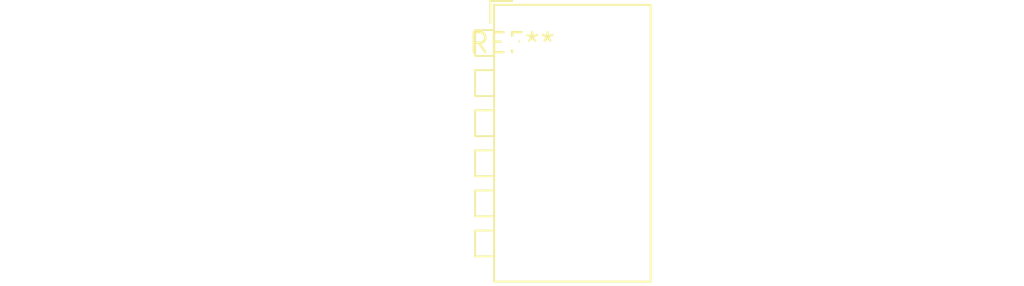
<source format=kicad_pcb>
(kicad_pcb (version 20240108) (generator pcbnew)
  (layers (0 "F.Cu" signal) (31 "B.Cu" signal) (34 "B.Paste" user) (35 "F.Paste" user) (36 "B.SilkS" user "B.Silkscreen") (37 "F.SilkS" user "F.Silkscreen") (38 "B.Mask" user) (39 "F.Mask" user) (44 "Edge.Cuts" user))
  (net 0 "")
  (footprint "SW_DIP_SPSTx06_Piano_CTS_Series194-6MSTN_W7.62mm_P2.54mm" (layer "F.Cu") (at 0 0)
    (property "Reference" "REF**")
    (property "Value" "SW_DIP_SPSTx06_Piano_CTS_Series194-6MSTN_W7.62mm_P2.54mm")
    (fp_line (start -2.34 -0.82) (end -2.34 0.82) (layer "F.SilkS") (stroke (width 0.12)))
    (fp_line (start -2.34 -0.82) (end -1.14 -0.82) (layer "F.SilkS") (stroke (width 0.12)))
    (fp_line (start -2.34 0.82) (end -1.14 0.82) (layer "F.SilkS") (stroke (width 0.12)))
    (fp_line (start -2.34 1.72) (end -2.34 3.361) (layer "F.SilkS") (stroke (width 0.12)))
    (fp_line (start -2.34 1.72) (end -1.14 1.72) (layer "F.SilkS") (stroke (width 0.12)))
    (fp_line (start -2.34 3.361) (end -1.14 3.361) (layer "F.SilkS") (stroke (width 0.12)))
    (fp_line (start -2.34 4.261) (end -2.34 5.9) (layer "F.SilkS") (stroke (width 0.12)))
    (fp_line (start -2.34 4.261) (end -1.14 4.261) (layer "F.SilkS") (stroke (width 0.12)))
    (fp_line (start -2.34 5.9) (end -1.14 5.9) (layer "F.SilkS") (stroke (width 0.12)))
    (fp_line (start -2.34 6.801) (end -2.34 8.441) (layer "F.SilkS") (stroke (width 0.12)))
    (fp_line (start -2.34 6.801) (end -1.14 6.801) (layer "F.SilkS") (stroke (width 0.12)))
    (fp_line (start -2.34 8.441) (end -1.14 8.441) (layer "F.SilkS") (stroke (width 0.12)))
    (fp_line (start -2.34 9.34) (end -2.34 10.98) (layer "F.SilkS") (stroke (width 0.12)))
    (fp_line (start -2.34 9.34) (end -1.14 9.34) (layer "F.SilkS") (stroke (width 0.12)))
    (fp_line (start -2.34 10.98) (end -1.14 10.98) (layer "F.SilkS") (stroke (width 0.12)))
    (fp_line (start -2.34 11.88) (end -2.34 13.52) (layer "F.SilkS") (stroke (width 0.12)))
    (fp_line (start -2.34 11.88) (end -1.14 11.88) (layer "F.SilkS") (stroke (width 0.12)))
    (fp_line (start -2.34 13.52) (end -1.14 13.52) (layer "F.SilkS") (stroke (width 0.12)))
    (fp_line (start -1.38 -2.66) (end -1.38 -1.277) (layer "F.SilkS") (stroke (width 0.12)))
    (fp_line (start -1.38 -2.66) (end 0.004 -2.66) (layer "F.SilkS") (stroke (width 0.12)))
    (fp_line (start -1.14 -2.42) (end -1.14 15.12) (layer "F.SilkS") (stroke (width 0.12)))
    (fp_line (start -1.14 -2.42) (end 8.76 -2.42) (layer "F.SilkS") (stroke (width 0.12)))
    (fp_line (start -1.14 -0.82) (end -1.14 0.82) (layer "F.SilkS") (stroke (width 0.12)))
    (fp_line (start -1.14 1.72) (end -1.14 3.361) (layer "F.SilkS") (stroke (width 0.12)))
    (fp_line (start -1.14 4.261) (end -1.14 5.9) (layer "F.SilkS") (stroke (width 0.12)))
    (fp_line (start -1.14 6.801) (end -1.14 8.441) (layer "F.SilkS") (stroke (width 0.12)))
    (fp_line (start -1.14 9.34) (end -1.14 10.98) (layer "F.SilkS") (stroke (width 0.12)))
    (fp_line (start -1.14 11.88) (end -1.14 13.52) (layer "F.SilkS") (stroke (width 0.12)))
    (fp_line (start -1.14 15.12) (end 8.76 15.12) (layer "F.SilkS") (stroke (width 0.12)))
    (fp_line (start 8.76 -2.42) (end 8.76 15.12) (layer "F.SilkS") (stroke (width 0.12)))
    (pad "1" thru_hole rect (at 0 0) (size 1.6 1.6) (drill 0.8) (layers *.Cu *.Mask) (remove_unused_layers))
    (pad "2" thru_hole oval (at 0 2.54) (size 1.6 1.6) (drill 0.8) (layers *.Cu *.Mask) (remove_unused_layers))
    (pad "3" thru_hole oval (at 0 5.08) (size 1.6 1.6) (drill 0.8) (layers *.Cu *.Mask) (remove_unused_layers))
    (pad "4" thru_hole oval (at 0 7.62) (size 1.6 1.6) (drill 0.8) (layers *.Cu *.Mask) (remove_unused_layers))
    (pad "5" thru_hole oval (at 0 10.16) (size 1.6 1.6) (drill 0.8) (layers *.Cu *.Mask) (remove_unused_layers))
    (pad "6" thru_hole oval (at 0 12.7) (size 1.6 1.6) (drill 0.8) (layers *.Cu *.Mask) (remove_unused_layers))
    (pad "7" thru_hole oval (at 7.62 12.7) (size 1.6 1.6) (drill 0.8) (layers *.Cu *.Mask) (remove_unused_layers))
    (pad "8" thru_hole oval (at 7.62 10.16) (size 1.6 1.6) (drill 0.8) (layers *.Cu *.Mask) (remove_unused_layers))
    (pad "9" thru_hole oval (at 7.62 7.62) (size 1.6 1.6) (drill 0.8) (layers *.Cu *.Mask) (remove_unused_layers))
    (pad "10" thru_hole oval (at 7.62 5.08) (size 1.6 1.6) (drill 0.8) (layers *.Cu *.Mask) (remove_unused_layers))
    (pad "11" thru_hole oval (at 7.62 2.54) (size 1.6 1.6) (drill 0.8) (layers *.Cu *.Mask) (remove_unused_layers))
    (pad "12" thru_hole oval (at 7.62 0) (size 1.6 1.6) (drill 0.8) (layers *.Cu *.Mask) (remove_unused_layers))
  )
)
</source>
